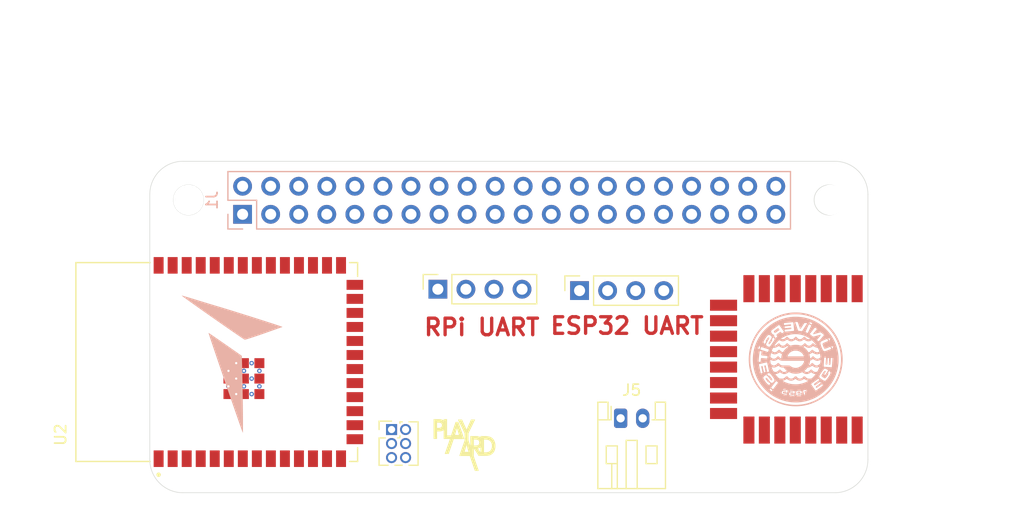
<source format=kicad_pcb>
(kicad_pcb (version 20221018) (generator pcbnew)
  (title_block (title "***") (date "2018-12-28") (rev "**") (company "**") (comment 1 "**"))
  (layers (0 "F.Cu" signal) (31 "B.Cu" signal) (34 "B.Paste" user) (35 "F.Paste" user) (36 "B.SilkS" user "B.Silkscreen") (37 "F.SilkS" user "F.Silkscreen") (38 "B.Mask" user) (39 "F.Mask" user) (44 "Edge.Cuts" user))
  (net 0 "")
  (net 47 "+3V3")
  (net 65 "Net-(U2-GND-Pad1)")
  (footprint "RPi_Hat:RPi_Hat_Mounting_Hole" (layer "F.Cu") (at 53.5 52.5)
    (fp_text reference "" hide)
    (fp_text value "" hide)
    (pad "" np_thru_hole circle locked (at 0 0) (size 2.75 2.75) (drill 2.75) (layers "*.Cu" "*.Mask") (clearance 1.725))
  )
  (footprint "RPi_Hat:RPi_Hat_Mounting_Hole" (layer "F.Cu") (at 111.6 52.5)
    (fp_text reference "" hide)
    (fp_text value "" hide)
    (pad "" np_thru_hole circle locked (at 0 0) (size 2.75 2.75) (drill 2.75) (layers "*.Cu" "*.Mask") (clearance 1.725))
  )
  (footprint "XCVR_ESP32-S3-WROOM-1-N8R2:XCVR_ESP32-S3-WROOM-1-N8R2" (layer "F.Cu") (at 56.06 67.17 90)
    (fp_text reference "U2" (at -6.575 -14.135 90) (layer "F.SilkS"))
    (fp_text value "ESP32-S3-WROOM-1-N8R2")
    (pad "1" smd rect (at -8.75 -5.26 90) (size 1.5 0.9) (layers "F.Cu" "F.Paste" "F.Mask") (net 65 "Net-(U2-GND-Pad1)"))
    (pad "2" smd rect (at -8.75 -3.99 90) (size 1.5 0.9) (layers "F.Cu" "F.Paste" "F.Mask"))
    (pad "3" smd rect (at -8.75 -2.72 90) (size 1.5 0.9) (layers "F.Cu" "F.Paste" "F.Mask"))
    (pad "4" smd rect (at -8.75 -1.45 90) (size 1.5 0.9) (layers "F.Cu" "F.Paste" "F.Mask"))
    (pad "5" smd rect (at -8.75 -0.18 90) (size 1.5 0.9) (layers "F.Cu" "F.Paste" "F.Mask"))
    (pad "6" smd rect (at -8.75 1.09 90) (size 1.5 0.9) (layers "F.Cu" "F.Paste" "F.Mask"))
    (pad "7" smd rect (at -8.75 2.36 90) (size 1.5 0.9) (layers "F.Cu" "F.Paste" "F.Mask"))
    (pad "8" smd rect (at -8.75 3.63 90) (size 1.5 0.9) (layers "F.Cu" "F.Paste" "F.Mask"))
    (pad "9" smd rect (at -8.75 4.9 90) (size 1.5 0.9) (layers "F.Cu" "F.Paste" "F.Mask"))
    (pad "10" smd rect (at -8.75 6.17 90) (size 1.5 0.9) (layers "F.Cu" "F.Paste" "F.Mask"))
    (pad "11" smd rect (at -8.75 7.44 90) (size 1.5 0.9) (layers "F.Cu" "F.Paste" "F.Mask"))
    (pad "12" smd rect (at -8.75 8.71 90) (size 1.5 0.9) (layers "F.Cu" "F.Paste" "F.Mask"))
    (pad "13" smd rect (at -8.75 9.98 90) (size 1.5 0.9) (layers "F.Cu" "F.Paste" "F.Mask"))
    (pad "14" smd rect (at -8.75 11.25 90) (size 1.5 0.9) (layers "F.Cu" "F.Paste" "F.Mask"))
    (pad "15" smd rect (at -6.985 12.5 90) (size 0.9 1.5) (layers "F.Cu" "F.Paste" "F.Mask"))
    (pad "16" smd rect (at -5.715 12.5 90) (size 0.9 1.5) (layers "F.Cu" "F.Paste" "F.Mask"))
    (pad "17" smd rect (at -4.445 12.5 90) (size 0.9 1.5) (layers "F.Cu" "F.Paste" "F.Mask"))
    (pad "18" smd rect (at -3.175 12.5 90) (size 0.9 1.5) (layers "F.Cu" "F.Paste" "F.Mask"))
    (pad "19" smd rect (at -1.905 12.5 90) (size 0.9 1.5) (layers "F.Cu" "F.Paste" "F.Mask"))
    (pad "20" smd rect (at -0.635 12.5 90) (size 0.9 1.5) (layers "F.Cu" "F.Paste" "F.Mask"))
    (pad "21" smd rect (at 0.635 12.5 90) (size 0.9 1.5) (layers "F.Cu" "F.Paste" "F.Mask"))
    (pad "22" smd rect (at 1.905 12.5 90) (size 0.9 1.5) (layers "F.Cu" "F.Paste" "F.Mask"))
    (pad "23" smd rect (at 3.175 12.5 90) (size 0.9 1.5) (layers "F.Cu" "F.Paste" "F.Mask"))
    (pad "24" smd rect (at 4.445 12.5 90) (size 0.9 1.5) (layers "F.Cu" "F.Paste" "F.Mask"))
    (pad "25" smd rect (at 5.715 12.5 90) (size 0.9 1.5) (layers "F.Cu" "F.Paste" "F.Mask"))
    (pad "26" smd rect (at 6.985 12.5 90) (size 0.9 1.5) (layers "F.Cu" "F.Paste" "F.Mask"))
    (pad "27" smd rect (at 8.75 11.25 90) (size 1.5 0.9) (layers "F.Cu" "F.Paste" "F.Mask"))
    (pad "28" smd rect (at 8.75 9.98 90) (size 1.5 0.9) (layers "F.Cu" "F.Paste" "F.Mask"))
    (pad "29" smd rect (at 8.75 8.71 90) (size 1.5 0.9) (layers "F.Cu" "F.Paste" "F.Mask"))
    (pad "30" smd rect (at 8.75 7.44 90) (size 1.5 0.9) (layers "F.Cu" "F.Paste" "F.Mask"))
    (pad "31" smd rect (at 8.75 6.17 90) (size 1.5 0.9) (layers "F.Cu" "F.Paste" "F.Mask"))
    (pad "32" smd rect (at 8.75 4.9 90) (size 1.5 0.9) (layers "F.Cu" "F.Paste" "F.Mask"))
    (pad "33" smd rect (at 8.75 3.63 90) (size 1.5 0.9) (layers "F.Cu" "F.Paste" "F.Mask"))
    (pad "34" smd rect (at 8.75 2.36 90) (size 1.5 0.9) (layers "F.Cu" "F.Paste" "F.Mask"))
    (pad "35" smd rect (at 8.75 1.09 90) (size 1.5 0.9) (layers "F.Cu" "F.Paste" "F.Mask"))
    (pad "36" smd rect (at 8.75 -0.18 90) (size 1.5 0.9) (layers "F.Cu" "F.Paste" "F.Mask"))
    (pad "37" smd rect (at 8.75 -1.45 90) (size 1.5 0.9) (layers "F.Cu" "F.Paste" "F.Mask"))
    (pad "38" smd rect (at 8.75 -2.72 90) (size 1.5 0.9) (layers "F.Cu" "F.Paste" "F.Mask"))
    (pad "39" smd rect (at 8.75 -3.99 90) (size 1.5 0.9) (layers "F.Cu" "F.Paste" "F.Mask"))
    (pad "40" smd rect (at 8.75 -5.26 90) (size 1.5 0.9) (layers "F.Cu" "F.Paste" "F.Mask") (net 65 "Net-(U2-GND-Pad1)"))
    (pad "41_1" smd rect (at -1.5 2.46 90) (size 0.9 0.9) (layers "F.Cu" "F.Paste" "F.Mask") (net 65 "Net-(U2-GND-Pad1)"))
    (pad "41_2" smd rect (at -2.9 2.46 90) (size 0.9 0.9) (layers "F.Cu" "F.Paste" "F.Mask") (net 65 "Net-(U2-GND-Pad1)"))
    (pad "41_3" smd rect (at -0.1 2.46 90) (size 0.9 0.9) (layers "F.Cu" "F.Paste" "F.Mask") (net 65 "Net-(U2-GND-Pad1)"))
    (pad "41_4" smd rect (at -2.9 3.86 90) (size 0.9 0.9) (layers "F.Cu" "F.Paste" "F.Mask") (net 65 "Net-(U2-GND-Pad1)"))
    (pad "41_5" smd rect (at -1.5 3.86 90) (size 0.9 0.9) (layers "F.Cu" "F.Paste" "F.Mask") (net 65 "Net-(U2-GND-Pad1)"))
    (pad "41_6" smd rect (at -0.1 3.86 90) (size 0.9 0.9) (layers "F.Cu" "F.Paste" "F.Mask") (net 65 "Net-(U2-GND-Pad1)"))
    (pad "41_7" smd rect (at -2.9 1.06 90) (size 0.9 0.9) (layers "F.Cu" "F.Paste" "F.Mask") (net 65 "Net-(U2-GND-Pad1)"))
    (pad "41_8" smd rect (at -1.5 1.06 90) (size 0.9 0.9) (layers "F.Cu" "F.Paste" "F.Mask") (net 65 "Net-(U2-GND-Pad1)"))
    (pad "41_9" smd rect (at -0.1 1.06 90) (size 0.9 0.9) (layers "F.Cu" "F.Paste" "F.Mask") (net 65 "Net-(U2-GND-Pad1)"))
    (pad "41_10" thru_hole circle (at -1.5 1.76 90) (size 0.4 0.4) (drill 0.2) (layers "*.Cu"))
    (pad "41_11" thru_hole circle (at -2.9 1.76 90) (size 0.4 0.4) (drill 0.2) (layers "*.Cu"))
    (pad "41_12" thru_hole circle (at -0.1 1.76 90) (size 0.4 0.4) (drill 0.2) (layers "*.Cu"))
    (pad "41_13" thru_hole circle (at -2.9 3.16 90) (size 0.4 0.4) (drill 0.2) (layers "*.Cu"))
    (pad "41_14" thru_hole circle (at -1.5 3.16 90) (size 0.4 0.4) (drill 0.2) (layers "*.Cu"))
    (pad "41_15" thru_hole circle (at -0.1 3.16 90) (size 0.4 0.4) (drill 0.2) (layers "*.Cu"))
    (pad "41_16" thru_hole circle (at -2.2 1.06 90) (size 0.4 0.4) (drill 0.2) (layers "*.Cu"))
    (pad "41_17" thru_hole circle (at -0.8 1.06 90) (size 0.4 0.4) (drill 0.2) (layers "*.Cu"))
    (pad "41_18" thru_hole circle (at -2.2 2.46 90) (size 0.4 0.4) (drill 0.2) (layers "*.Cu"))
    (pad "41_19" thru_hole circle (at -0.8 2.46 90) (size 0.4 0.4) (drill 0.2) (layers "*.Cu"))
    (pad "41_20" thru_hole circle (at -2.2 3.86 90) (size 0.4 0.4) (drill 0.2) (layers "*.Cu"))
    (pad "41_21" thru_hole circle (at -0.8 3.86 90) (size 0.4 0.4) (drill 0.2) (layers "*.Cu"))
  )
  (footprint "Connector_PinSocket_2.54mm:PinSocket_1x04_P2.54mm_Vertical" (layer "F.Cu") (at 76.073 60.579 90)
    (fp_text reference "J3" hide)
    (fp_text value "Conn_01x04_Socket")
    (pad "1" thru_hole rect (at 0 0 90) (size 1.7 1.7) (drill 1) (layers "*.Cu" "*.Mask"))
    (pad "2" thru_hole oval (at 0 2.54 90) (size 1.7 1.7) (drill 1) (layers "*.Cu" "*.Mask"))
    (pad "3" thru_hole oval (at 0 5.08 90) (size 1.7 1.7) (drill 1) (layers "*.Cu" "*.Mask"))
    (pad "4" thru_hole oval (at 0 7.62 90) (size 1.7 1.7) (drill 1) (layers "*.Cu" "*.Mask"))
  )
  (footprint "Connector_PinHeader_1.27mm:PinHeader_2x03_P1.27mm_Vertical" (layer "F.Cu") (at 71.882 73.279)
    (fp_text reference "J2" hide)
    (fp_text value "ESP Prog")
    (pad "1" thru_hole rect (at 0 0) (size 1 1) (drill 0.65) (layers "*.Cu" "*.Mask"))
    (pad "2" thru_hole oval (at 1.27 0) (size 1 1) (drill 0.65) (layers "*.Cu" "*.Mask"))
    (pad "3" thru_hole oval (at 0 1.27) (size 1 1) (drill 0.65) (layers "*.Cu" "*.Mask"))
    (pad "4" thru_hole oval (at 1.27 1.27) (size 1 1) (drill 0.65) (layers "*.Cu" "*.Mask"))
    (pad "5" thru_hole oval (at 0 2.54) (size 1 1) (drill 0.65) (layers "*.Cu" "*.Mask"))
    (pad "6" thru_hole oval (at 1.27 2.54) (size 1 1) (drill 0.65) (layers "*.Cu" "*.Mask"))
  )
  (footprint "Connector_JST:JST_PH_S2B-PH-K_1x02_P2.00mm_Horizontal" (layer "F.Cu") (at 92.615 72.263)
    (fp_text reference "J5" (at 1 -2.55) (layer "F.SilkS"))
    (fp_text value "S2B-PH-K-S(LF)(SN)")
    (pad "1" thru_hole roundrect (at 0 0) (size 1.2 1.75) (drill 0.75) (layers "*.Cu" "*.Mask") (roundrect_rratio 0.208333))
    (pad "2" thru_hole oval (at 2 0) (size 1.2 1.75) (drill 0.75) (layers "*.Cu" "*.Mask"))
  )
  (footprint "Graphics:playard_logo_3" (layer "F.Cu") (at 78.486 74.676)
    (fp_text reference "G***" hide)
    (fp_text value "LOGO" hide)
  )
  (footprint "XCVR_DWM1000:XCVR_DWM1000" (layer "F.Cu") (at 112.226 66.929 -90)
    (fp_text reference "U1" hide)
    (fp_text value "DWM1000")
    (pad "1" smd rect (at -6.4 -1.8) (size 1 2.45) (layers "F.Cu" "F.Paste" "F.Mask"))
    (pad "2" smd rect (at -6.4 -0.4) (size 1 2.45) (layers "F.Cu" "F.Paste" "F.Mask"))
    (pad "3" smd rect (at -6.4 1) (size 1 2.45) (layers "F.Cu" "F.Paste" "F.Mask"))
    (pad "4" smd rect (at -6.4 2.4) (size 1 2.45) (layers "F.Cu" "F.Paste" "F.Mask"))
    (pad "5" smd rect (at -6.4 3.8) (size 1 2.45) (layers "F.Cu" "F.Paste" "F.Mask") (net 47 "+3V3"))
    (pad "6" smd rect (at -6.4 5.2) (size 1 2.45) (layers "F.Cu" "F.Paste" "F.Mask") (net 47 "+3V3"))
    (pad "7" smd rect (at -6.4 6.6) (size 1 2.45) (layers "F.Cu" "F.Paste" "F.Mask") (net 47 "+3V3"))
    (pad "8" smd rect (at -6.4 8) (size 1 2.45) (layers "F.Cu" "F.Paste" "F.Mask"))
    (pad "9" smd rect (at -4.9 10.295 90) (size 1 2.45) (layers "F.Cu" "F.Paste" "F.Mask"))
    (pad "10" smd rect (at -3.5 10.295 90) (size 1 2.45) (layers "F.Cu" "F.Paste" "F.Mask"))
    (pad "11" smd rect (at -2.1 10.295 90) (size 1 2.45) (layers "F.Cu" "F.Paste" "F.Mask"))
    (pad "12" smd rect (at -0.7 10.295 90) (size 1 2.45) (layers "F.Cu" "F.Paste" "F.Mask"))
    (pad "13" smd rect (at 0.7 10.295 90) (size 1 2.45) (layers "F.Cu" "F.Paste" "F.Mask"))
    (pad "14" smd rect (at 2.1 10.295 90) (size 1 2.45) (layers "F.Cu" "F.Paste" "F.Mask"))
    (pad "15" smd rect (at 3.5 10.295 90) (size 1 2.45) (layers "F.Cu" "F.Paste" "F.Mask"))
    (pad "16" smd rect (at 4.9 10.295 90) (size 1 2.45) (layers "F.Cu" "F.Paste" "F.Mask"))
    (pad "17" smd rect (at 6.4 8 180) (size 1 2.45) (layers "F.Cu" "F.Paste" "F.Mask"))
    (pad "18" smd rect (at 6.4 6.6 180) (size 1 2.45) (layers "F.Cu" "F.Paste" "F.Mask"))
    (pad "19" smd rect (at 6.4 5.2 180) (size 1 2.45) (layers "F.Cu" "F.Paste" "F.Mask"))
    (pad "20" smd rect (at 6.4 3.8 180) (size 1 2.45) (layers "F.Cu" "F.Paste" "F.Mask"))
    (pad "21" smd rect (at 6.4 2.4 180) (size 1 2.45) (layers "F.Cu" "F.Paste" "F.Mask"))
    (pad "22" smd rect (at 6.4 1 180) (size 1 2.45) (layers "F.Cu" "F.Paste" "F.Mask"))
    (pad "23" smd rect (at 6.4 -0.4 180) (size 1 2.45) (layers "F.Cu" "F.Paste" "F.Mask"))
    (pad "24" smd rect (at 6.4 -1.8 180) (size 1 2.45) (layers "F.Cu" "F.Paste" "F.Mask"))
  )
  (footprint "Connector_PinSocket_2.54mm:PinSocket_1x04_P2.54mm_Vertical" (layer "F.Cu") (at 88.9 60.706 90)
    (fp_text reference "J4" hide)
    (fp_text value "Conn_01x04_Socket")
    (pad "1" thru_hole rect (at 0 0 90) (size 1.7 1.7) (drill 1) (layers "*.Cu" "*.Mask"))
    (pad "2" thru_hole oval (at 0 2.54 90) (size 1.7 1.7) (drill 1) (layers "*.Cu" "*.Mask"))
    (pad "3" thru_hole oval (at 0 5.08 90) (size 1.7 1.7) (drill 1) (layers "*.Cu" "*.Mask"))
    (pad "4" thru_hole oval (at 0 7.62 90) (size 1.7 1.7) (drill 1) (layers "*.Cu" "*.Mask"))
  )
  (footprint "Graphics:tusas_logo" (layer "B.Cu") (at 57.404 67.437 180)
    (fp_text reference "G***" hide)
    (fp_text value "LOGO" hide)
  )
  (footprint "Connector_PinSocket_2.54mm:PinSocket_2x20_P2.54mm_Vertical" (layer "B.Cu") (at 58.4 53.8 -90)
    (fp_text reference "J1" (at -1.27 2.77 90) (layer "B.SilkS") (effects (justify mirror)))
    (fp_text value "RPi_GPIO")
    (pad "1" thru_hole rect (at 0 0 270) (size 1.7 1.7) (drill 1) (layers "*.Cu" "*.Mask"))
    (pad "2" thru_hole oval (at -2.54 0 270) (size 1.7 1.7) (drill 1) (layers "*.Cu" "*.Mask"))
    (pad "3" thru_hole oval (at 0 -2.54 270) (size 1.7 1.7) (drill 1) (layers "*.Cu" "*.Mask"))
    (pad "4" thru_hole oval (at -2.54 -2.54 270) (size 1.7 1.7) (drill 1) (layers "*.Cu" "*.Mask"))
    (pad "5" thru_hole oval (at 0 -5.08 270) (size 1.7 1.7) (drill 1) (layers "*.Cu" "*.Mask"))
    (pad "6" thru_hole oval (at -2.54 -5.08 270) (size 1.7 1.7) (drill 1) (layers "*.Cu" "*.Mask"))
    (pad "7" thru_hole oval (at 0 -7.62 270) (size 1.7 1.7) (drill 1) (layers "*.Cu" "*.Mask"))
    (pad "8" thru_hole oval (at -2.54 -7.62 270) (size 1.7 1.7) (drill 1) (layers "*.Cu" "*.Mask"))
    (pad "9" thru_hole oval (at 0 -10.16 270) (size 1.7 1.7) (drill 1) (layers "*.Cu" "*.Mask"))
    (pad "10" thru_hole oval (at -2.54 -10.16 270) (size 1.7 1.7) (drill 1) (layers "*.Cu" "*.Mask"))
    (pad "11" thru_hole oval (at 0 -12.7 270) (size 1.7 1.7) (drill 1) (layers "*.Cu" "*.Mask"))
    (pad "12" thru_hole oval (at -2.54 -12.7 270) (size 1.7 1.7) (drill 1) (layers "*.Cu" "*.Mask"))
    (pad "13" thru_hole oval (at 0 -15.24 270) (size 1.7 1.7) (drill 1) (layers "*.Cu" "*.Mask"))
    (pad "14" thru_hole oval (at -2.54 -15.24 270) (size 1.7 1.7) (drill 1) (layers "*.Cu" "*.Mask"))
    (pad "15" thru_hole oval (at 0 -17.78 270) (size 1.7 1.7) (drill 1) (layers "*.Cu" "*.Mask"))
    (pad "16" thru_hole oval (at -2.54 -17.78 270) (size 1.7 1.7) (drill 1) (layers "*.Cu" "*.Mask"))
    (pad "17" thru_hole oval (at 0 -20.32 270) (size 1.7 1.7) (drill 1) (layers "*.Cu" "*.Mask"))
    (pad "18" thru_hole oval (at -2.54 -20.32 270) (size 1.7 1.7) (drill 1) (layers "*.Cu" "*.Mask"))
    (pad "19" thru_hole oval (at 0 -22.86 270) (size 1.7 1.7) (drill 1) (layers "*.Cu" "*.Mask"))
    (pad "20" thru_hole oval (at -2.54 -22.86 270) (size 1.7 1.7) (drill 1) (layers "*.Cu" "*.Mask"))
    (pad "21" thru_hole oval (at 0 -25.4 270) (size 1.7 1.7) (drill 1) (layers "*.Cu" "*.Mask"))
    (pad "22" thru_hole oval (at -2.54 -25.4 270) (size 1.7 1.7) (drill 1) (layers "*.Cu" "*.Mask"))
    (pad "23" thru_hole oval (at 0 -27.94 270) (size 1.7 1.7) (drill 1) (layers "*.Cu" "*.Mask"))
    (pad "24" thru_hole oval (at -2.54 -27.94 270) (size 1.7 1.7) (drill 1) (layers "*.Cu" "*.Mask"))
    (pad "25" thru_hole oval (at 0 -30.48 270) (size 1.7 1.7) (drill 1) (layers "*.Cu" "*.Mask"))
    (pad "26" thru_hole oval (at -2.54 -30.48 270) (size 1.7 1.7) (drill 1) (layers "*.Cu" "*.Mask"))
    (pad "27" thru_hole oval (at 0 -33.02 270) (size 1.7 1.7) (drill 1) (layers "*.Cu" "*.Mask"))
    (pad "28" thru_hole oval (at -2.54 -33.02 270) (size 1.7 1.7) (drill 1) (layers "*.Cu" "*.Mask"))
    (pad "29" thru_hole oval (at 0 -35.56 270) (size 1.7 1.7) (drill 1) (layers "*.Cu" "*.Mask"))
    (pad "30" thru_hole oval (at -2.54 -35.56 270) (size 1.7 1.7) (drill 1) (layers "*.Cu" "*.Mask"))
    (pad "31" thru_hole oval (at 0 -38.1 270) (size 1.7 1.7) (drill 1) (layers "*.Cu" "*.Mask"))
    (pad "32" thru_hole oval (at -2.54 -38.1 270) (size 1.7 1.7) (drill 1) (layers "*.Cu" "*.Mask"))
    (pad "33" thru_hole oval (at 0 -40.64 270) (size 1.7 1.7) (drill 1) (layers "*.Cu" "*.Mask"))
    (pad "34" thru_hole oval (at -2.54 -40.64 270) (size 1.7 1.7) (drill 1) (layers "*.Cu" "*.Mask"))
    (pad "35" thru_hole oval (at 0 -43.18 270) (size 1.7 1.7) (drill 1) (layers "*.Cu" "*.Mask"))
    (pad "36" thru_hole oval (at -2.54 -43.18 270) (size 1.7 1.7) (drill 1) (layers "*.Cu" "*.Mask"))
    (pad "37" thru_hole oval (at 0 -45.72 270) (size 1.7 1.7) (drill 1) (layers "*.Cu" "*.Mask"))
    (pad "38" thru_hole oval (at -2.54 -45.72 270) (size 1.7 1.7) (drill 1) (layers "*.Cu" "*.Mask"))
    (pad "39" thru_hole oval (at 0 -48.26 270) (size 1.7 1.7) (drill 1) (layers "*.Cu" "*.Mask"))
    (pad "40" thru_hole oval (at -2.54 -48.26 270) (size 1.7 1.7) (drill 1) (layers "*.Cu" "*.Mask"))
  )
  (footprint "Graphics:ege_uni_logo_2" (layer "B.Cu") (at 108.458 66.929 180)
    (fp_text reference "G***" hide)
    (fp_text value "LOGO" hide)
  )
  (gr_line (start 50 76) (end 50 52) (stroke (width 0.05)) (layer "Edge.Cuts"))
  (gr_circle (center 111.5 52.5) (end 111.47 53.87) (stroke (width 0.05)) (fill none) (layer "Edge.Cuts"))
  (gr_arc (start 115 76) (mid 114.12132 78.12132) (end 112 79) (stroke (width 0.05)) (layer "Edge.Cuts"))
  (gr_line (start 53 49) (end 112 49) (stroke (width 0.05)) (layer "Edge.Cuts"))
  (gr_arc (start 53 79) (mid 50.87868 78.12132) (end 50 76) (stroke (width 0.05)) (layer "Edge.Cuts"))
  (gr_circle (center 53.5 52.5) (end 53.47 53.87) (stroke (width 0.05)) (fill none) (layer "Edge.Cuts"))
  (gr_line (start 115 52) (end 115 76) (stroke (width 0.05)) (layer "Edge.Cuts"))
  (gr_arc (start 112 49) (mid 114.12132 49.87868) (end 115 52) (stroke (width 0.05)) (layer "Edge.Cuts"))
  (gr_line (start 112 79) (end 53 79) (stroke (width 0.05)) (layer "Edge.Cuts"))
  (gr_arc (start 50 52) (mid 50.87868 49.87868) (end 53 49) (stroke (width 0.05)) (layer "Edge.Cuts"))
  (gr_text "RPi UART\n" (at 74.676 64.897) (layer "F.Cu") (effects (font (size 1.5 1.5) (thickness 0.3) bold) (justify left bottom)))
  (gr_text "ESP32 UART\n" (at 86.106 64.77) (layer "F.Cu") (effects (font (size 1.5 1.5) (thickness 0.3) bold) (justify left bottom)))
)
</source>
